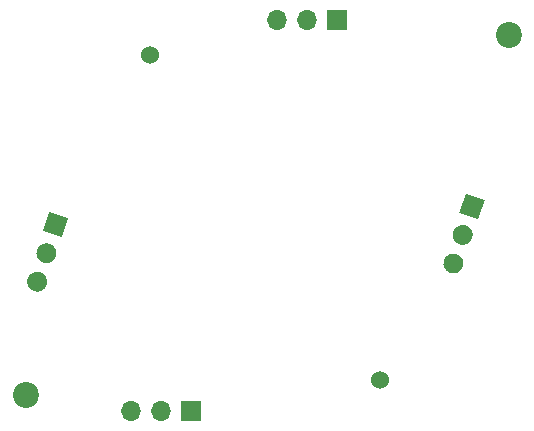
<source format=gbr>
%TF.GenerationSoftware,KiCad,Pcbnew,5.1.8*%
%TF.CreationDate,2021-01-07T11:34:50-05:00*%
%TF.ProjectId,penroserombus_thick_40mm,70656e72-6f73-4657-926f-6d6275735f74,rev?*%
%TF.SameCoordinates,Original*%
%TF.FileFunction,Soldermask,Bot*%
%TF.FilePolarity,Negative*%
%FSLAX46Y46*%
G04 Gerber Fmt 4.6, Leading zero omitted, Abs format (unit mm)*
G04 Created by KiCad (PCBNEW 5.1.8) date 2021-01-07 11:34:50*
%MOMM*%
%LPD*%
G01*
G04 APERTURE LIST*
%ADD10C,2.200000*%
%ADD11C,1.524000*%
%ADD12C,0.100000*%
%ADD13R,1.700000X1.700000*%
%ADD14O,1.700000X1.700000*%
G04 APERTURE END LIST*
D10*
%TO.C,M2*%
X126873000Y-110236000D03*
%TD*%
%TO.C,M2*%
X167767000Y-79756000D03*
%TD*%
D11*
%TO.C,MH*%
X156845000Y-108966000D03*
%TD*%
%TO.C,MH*%
X137414000Y-81407000D03*
%TD*%
%TO.C,J1*%
G36*
G01*
X162276114Y-98803290D02*
X162276114Y-98803290D01*
G75*
G02*
X163347176Y-98257556I808398J-262664D01*
G01*
X163347176Y-98257556D01*
G75*
G02*
X163892910Y-99328618I-262664J-808398D01*
G01*
X163892910Y-99328618D01*
G75*
G02*
X162821848Y-99874352I-808398J262664D01*
G01*
X162821848Y-99874352D01*
G75*
G02*
X162276114Y-98803290I262664J808398D01*
G01*
G37*
G36*
G01*
X163061017Y-96387607D02*
X163061017Y-96387607D01*
G75*
G02*
X164132079Y-95841873I808398J-262664D01*
G01*
X164132079Y-95841873D01*
G75*
G02*
X164677813Y-96912935I-262664J-808398D01*
G01*
X164677813Y-96912935D01*
G75*
G02*
X163606751Y-97458669I-808398J262664D01*
G01*
X163606751Y-97458669D01*
G75*
G02*
X163061017Y-96387607I262664J808398D01*
G01*
G37*
D12*
G36*
X163583256Y-94780321D02*
G01*
X164108584Y-93163525D01*
X165725380Y-93688853D01*
X165200052Y-95305649D01*
X163583256Y-94780321D01*
G37*
%TD*%
D13*
%TO.C,J2*%
X140851620Y-111528260D03*
D14*
X138311620Y-111528260D03*
X135771620Y-111528260D03*
%TD*%
D13*
%TO.C,J3*%
X153212300Y-78486000D03*
D14*
X150672300Y-78486000D03*
X148132300Y-78486000D03*
%TD*%
%TO.C,J4*%
G36*
G01*
X127031397Y-100348375D02*
X127031397Y-100348375D01*
G75*
G02*
X128102459Y-99802641I808398J-262664D01*
G01*
X128102459Y-99802641D01*
G75*
G02*
X128648193Y-100873703I-262664J-808398D01*
G01*
X128648193Y-100873703D01*
G75*
G02*
X127577131Y-101419437I-808398J262664D01*
G01*
X127577131Y-101419437D01*
G75*
G02*
X127031397Y-100348375I262664J808398D01*
G01*
G37*
G36*
G01*
X127816300Y-97932692D02*
X127816300Y-97932692D01*
G75*
G02*
X128887362Y-97386958I808398J-262664D01*
G01*
X128887362Y-97386958D01*
G75*
G02*
X129433096Y-98458020I-262664J-808398D01*
G01*
X129433096Y-98458020D01*
G75*
G02*
X128362034Y-99003754I-808398J262664D01*
G01*
X128362034Y-99003754D01*
G75*
G02*
X127816300Y-97932692I262664J808398D01*
G01*
G37*
D12*
G36*
X128338539Y-96325406D02*
G01*
X128863867Y-94708610D01*
X130480663Y-95233938D01*
X129955335Y-96850734D01*
X128338539Y-96325406D01*
G37*
%TD*%
M02*

</source>
